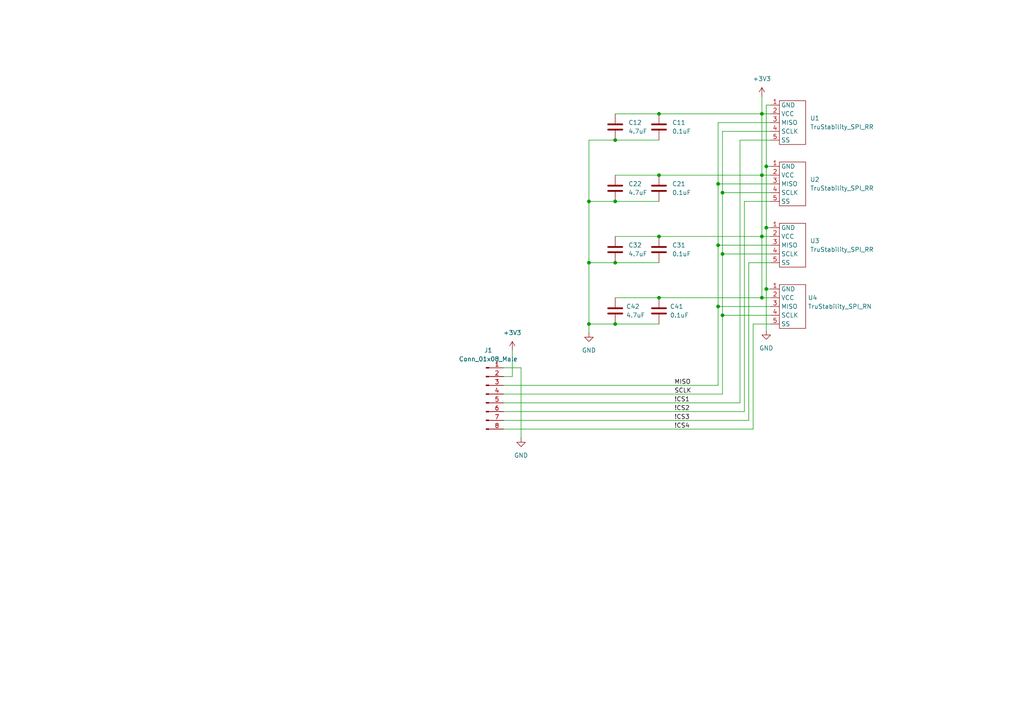
<source format=kicad_sch>
(kicad_sch (version 20230121) (generator eeschema)
  (paper "A4")
  (lib_symbols
    (symbol "Connector:Conn_01x08_Male" (pin_names (offset 1.016) hide)
      (property "Reference" "J" (at 0 10.16 0))
      (property "Value" "Conn_01x08_Male" (at 0 -12.7 0))
      (symbol "Conn_01x08_Male_1_1"
        (polyline (pts (xy 1.27 -10.16) (xy 0.8636 -10.16)) (stroke (width 0.1524)))
        (polyline (pts (xy 1.27 -7.62) (xy 0.8636 -7.62)) (stroke (width 0.1524)))
        (polyline (pts (xy 1.27 -5.08) (xy 0.8636 -5.08)) (stroke (width 0.1524)))
        (polyline (pts (xy 1.27 -2.54) (xy 0.8636 -2.54)) (stroke (width 0.1524)))
        (polyline (pts (xy 1.27 0) (xy 0.8636 0)) (stroke (width 0.1524)))
        (polyline (pts (xy 1.27 2.54) (xy 0.8636 2.54)) (stroke (width 0.1524)))
        (polyline (pts (xy 1.27 5.08) (xy 0.8636 5.08)) (stroke (width 0.1524)))
        (polyline (pts (xy 1.27 7.62) (xy 0.8636 7.62)) (stroke (width 0.1524)))
        (rectangle (start 0.8636 -10.033) (end 0 -10.287) (stroke (width 0.1524)) (fill (type outline)))
        (rectangle (start 0.8636 -7.493) (end 0 -7.747) (stroke (width 0.1524)) (fill (type outline)))
        (rectangle (start 0.8636 -4.953) (end 0 -5.207) (stroke (width 0.1524)) (fill (type outline)))
        (rectangle (start 0.8636 -2.413) (end 0 -2.667) (stroke (width 0.1524)) (fill (type outline)))
        (rectangle (start 0.8636 0.127) (end 0 -0.127) (stroke (width 0.1524)) (fill (type outline)))
        (rectangle (start 0.8636 2.667) (end 0 2.413) (stroke (width 0.1524)) (fill (type outline)))
        (rectangle (start 0.8636 5.207) (end 0 4.953) (stroke (width 0.1524)) (fill (type outline)))
        (rectangle (start 0.8636 7.747) (end 0 7.493) (stroke (width 0.1524)) (fill (type outline)))
        (pin passive line (at 5.08 7.62 180) (length 3.81) (name "Pin_1") (number "1"))
        (pin passive line (at 5.08 5.08 180) (length 3.81) (name "Pin_2") (number "2"))
        (pin passive line (at 5.08 2.54 180) (length 3.81) (name "Pin_3") (number "3"))
        (pin passive line (at 5.08 0 180) (length 3.81) (name "Pin_4") (number "4"))
        (pin passive line (at 5.08 -2.54 180) (length 3.81) (name "Pin_5") (number "5"))
        (pin passive line (at 5.08 -5.08 180) (length 3.81) (name "Pin_6") (number "6"))
        (pin passive line (at 5.08 -7.62 180) (length 3.81) (name "Pin_7") (number "7"))
        (pin passive line (at 5.08 -10.16 180) (length 3.81) (name "Pin_8") (number "8"))
      )
    )
    (symbol "Device:C" (pin_numbers hide) (pin_names (offset 0.254))
      (property "Reference" "C" (at 0.635 2.54 0))
      (property "Value" "C" (at 0.635 -2.54 0))
      (symbol "C_0_1"
        (polyline (pts (xy -2.032 -0.762) (xy 2.032 -0.762)) (stroke (width 0.508)))
        (polyline (pts (xy -2.032 0.762) (xy 2.032 0.762)) (stroke (width 0.508)))
      )
      (symbol "C_1_1"
        (pin passive line (at 0 3.81 270) (length 2.794) (name "~") (number "1"))
        (pin passive line (at 0 -3.81 90) (length 2.794) (name "~") (number "2"))
      )
    )
    (symbol "airball-hardware:TruStability_SPI_RN"
      (property "Reference" "U" (at 0 2.54 0))
      (property "Value" "TruStability_SPI_RN" (at 0 -12.7 0))
      (property "Footprint" "airball-hardware:TruStability SMT RN" (at 0 0 0))
      (symbol "TruStability_SPI_RN_0_1"
        (rectangle (start -3.81 1.27) (end 3.81 -11.43))
      )
      (symbol "TruStability_SPI_RN_1_1"
        (pin input line (at -6.35 0 0) (length 2.54) (name "GND") (number "1"))
        (pin input line (at -6.35 -2.54 0) (length 2.54) (name "VCC") (number "2"))
        (pin input line (at -6.35 -5.08 0) (length 2.54) (name "MISO") (number "3"))
        (pin input line (at -6.35 -7.62 0) (length 2.54) (name "SCLK") (number "4"))
        (pin input line (at -6.35 -10.16 0) (length 2.54) (name "SS") (number "5"))
      )
    )
    (symbol "airball-hardware:TruStability_SPI_RR"
      (property "Reference" "U" (at 0 2.54 0))
      (property "Value" "TruStability_SPI_RR" (at 0 -12.7 0))
      (symbol "TruStability_SPI_RR_0_1"
        (rectangle (start -3.81 1.27) (end 3.81 -11.43))
      )
      (symbol "TruStability_SPI_RR_1_1"
        (pin input line (at -6.35 0 0) (length 2.54) (name "GND") (number "1"))
        (pin input line (at -6.35 -2.54 0) (length 2.54) (name "VCC") (number "2"))
        (pin input line (at -6.35 -5.08 0) (length 2.54) (name "MISO") (number "3"))
        (pin input line (at -6.35 -7.62 0) (length 2.54) (name "SCLK") (number "4"))
        (pin input line (at -6.35 -10.16 0) (length 2.54) (name "SS") (number "5"))
      )
    )
    (symbol "power:+3V3" (power) (pin_names (offset 0))
      (property "Value" "+3V3" (at 0 3.556 0))
      (symbol "+3V3_0_1"
        (polyline (pts (xy -0.762 1.27) (xy 0 2.54)))
        (polyline (pts (xy 0 0) (xy 0 2.54)))
        (polyline (pts (xy 0 2.54) (xy 0.762 1.27)))
      )
      (symbol "+3V3_1_1"
        (pin power_in line (at 0 0 90) (length 0) hide (name "+3V3") (number "1"))
      )
    )
    (symbol "power:GND" (power) (pin_names (offset 0))
      (property "Value" "GND" (at 0 -3.81 0))
      (symbol "GND_0_1"
        (polyline (pts (xy 0 0) (xy 0 -1.27) (xy 1.27 -1.27) (xy 0 -2.54) (xy -1.27 -1.27) (xy 0 -1.27)))
      )
      (symbol "GND_1_1"
        (pin power_in line (at 0 0 270) (length 0) hide (name "GND") (number "1"))
      )
    )
  )
  (junction (at 222.25 48.26))
  (junction (at 208.28 71.12))
  (junction (at 191.135 50.8))
  (junction (at 222.25 83.82))
  (junction (at 222.25 66.04))
  (junction (at 209.55 73.66))
  (junction (at 170.815 58.42))
  (junction (at 178.435 58.42))
  (junction (at 178.435 40.64))
  (junction (at 178.435 76.2))
  (junction (at 178.435 93.98))
  (junction (at 220.98 33.02))
  (junction (at 191.135 33.02))
  (junction (at 209.55 55.88))
  (junction (at 170.815 93.98))
  (junction (at 220.98 86.36))
  (junction (at 208.28 88.9))
  (junction (at 209.55 91.44))
  (junction (at 191.135 68.58))
  (junction (at 220.98 68.58))
  (junction (at 191.135 86.36))
  (junction (at 208.28 53.34))
  (junction (at 170.815 76.2))
  (junction (at 220.98 50.8))
  (wire (pts (xy 214.63 40.64) (xy 223.52 40.64)))
  (wire (pts (xy 215.9 119.38) (xy 215.9 58.42)))
  (wire (pts (xy 146.05 111.76) (xy 208.28 111.76)))
  (wire (pts (xy 178.435 68.58) (xy 191.135 68.58)))
  (wire (pts (xy 208.28 88.9) (xy 208.28 71.12)))
  (wire (pts (xy 222.25 48.26) (xy 222.25 66.04)))
  (wire (pts (xy 209.55 55.88) (xy 223.52 55.88)))
  (wire (pts (xy 170.815 76.2) (xy 178.435 76.2)))
  (wire (pts (xy 208.28 35.56) (xy 223.52 35.56)))
  (wire (pts (xy 208.28 53.34) (xy 208.28 35.56)))
  (wire (pts (xy 215.9 58.42) (xy 223.52 58.42)))
  (wire (pts (xy 217.17 76.2) (xy 223.52 76.2)))
  (wire (pts (xy 220.98 68.58) (xy 220.98 86.36)))
  (wire (pts (xy 220.98 33.02) (xy 223.52 33.02)))
  (wire (pts (xy 208.28 111.76) (xy 208.28 88.9)))
  (wire (pts (xy 191.135 33.02) (xy 220.98 33.02)))
  (wire (pts (xy 170.815 58.42) (xy 178.435 58.42)))
  (wire (pts (xy 146.05 109.22) (xy 148.59 109.22)))
  (wire (pts (xy 209.55 73.66) (xy 209.55 91.44)))
  (wire (pts (xy 151.13 106.68) (xy 151.13 127)))
  (wire (pts (xy 178.435 33.02) (xy 191.135 33.02)))
  (wire (pts (xy 208.28 71.12) (xy 208.28 53.34)))
  (wire (pts (xy 220.98 33.02) (xy 220.98 50.8)))
  (wire (pts (xy 222.25 30.48) (xy 222.25 48.26)))
  (wire (pts (xy 208.28 88.9) (xy 223.52 88.9)))
  (wire (pts (xy 178.435 58.42) (xy 191.135 58.42)))
  (wire (pts (xy 222.25 66.04) (xy 223.52 66.04)))
  (wire (pts (xy 148.59 109.22) (xy 148.59 101.6)))
  (wire (pts (xy 222.25 83.82) (xy 222.25 95.885)))
  (wire (pts (xy 146.05 121.92) (xy 217.17 121.92)))
  (wire (pts (xy 170.815 76.2) (xy 170.815 93.98)))
  (wire (pts (xy 222.25 83.82) (xy 223.52 83.82)))
  (wire (pts (xy 178.435 93.98) (xy 191.135 93.98)))
  (wire (pts (xy 191.135 50.8) (xy 220.98 50.8)))
  (wire (pts (xy 208.28 53.34) (xy 223.52 53.34)))
  (wire (pts (xy 146.05 106.68) (xy 151.13 106.68)))
  (wire (pts (xy 170.815 93.98) (xy 178.435 93.98)))
  (wire (pts (xy 209.55 91.44) (xy 209.55 114.3)))
  (wire (pts (xy 217.17 76.2) (xy 217.17 121.92)))
  (wire (pts (xy 220.98 68.58) (xy 223.52 68.58)))
  (wire (pts (xy 146.05 116.84) (xy 214.63 116.84)))
  (wire (pts (xy 218.44 124.46) (xy 218.44 93.98)))
  (wire (pts (xy 208.28 71.12) (xy 223.52 71.12)))
  (wire (pts (xy 178.435 76.2) (xy 191.135 76.2)))
  (wire (pts (xy 209.55 55.88) (xy 209.55 73.66)))
  (wire (pts (xy 146.05 119.38) (xy 215.9 119.38)))
  (wire (pts (xy 218.44 93.98) (xy 223.52 93.98)))
  (wire (pts (xy 222.25 66.04) (xy 222.25 83.82)))
  (wire (pts (xy 146.05 114.3) (xy 209.55 114.3)))
  (wire (pts (xy 178.435 86.36) (xy 191.135 86.36)))
  (wire (pts (xy 209.55 91.44) (xy 223.52 91.44)))
  (wire (pts (xy 178.435 50.8) (xy 191.135 50.8)))
  (wire (pts (xy 209.55 38.1) (xy 223.52 38.1)))
  (wire (pts (xy 220.98 50.8) (xy 223.52 50.8)))
  (wire (pts (xy 191.135 86.36) (xy 220.98 86.36)))
  (wire (pts (xy 209.55 73.66) (xy 223.52 73.66)))
  (wire (pts (xy 220.98 27.94) (xy 220.98 33.02)))
  (wire (pts (xy 146.05 124.46) (xy 218.44 124.46)))
  (wire (pts (xy 170.815 58.42) (xy 170.815 76.2)))
  (wire (pts (xy 222.25 48.26) (xy 223.52 48.26)))
  (wire (pts (xy 220.98 86.36) (xy 223.52 86.36)))
  (wire (pts (xy 209.55 38.1) (xy 209.55 55.88)))
  (wire (pts (xy 170.815 40.64) (xy 170.815 58.42)))
  (wire (pts (xy 170.815 93.98) (xy 170.815 96.52)))
  (wire (pts (xy 223.52 30.48) (xy 222.25 30.48)))
  (wire (pts (xy 178.435 40.64) (xy 170.815 40.64)))
  (wire (pts (xy 214.63 116.84) (xy 214.63 40.64)))
  (wire (pts (xy 220.98 50.8) (xy 220.98 68.58)))
  (wire (pts (xy 178.435 40.64) (xy 191.135 40.64)))
  (wire (pts (xy 191.135 68.58) (xy 220.98 68.58)))
  (label "SCLK" (at 195.58 114.3 0))
  (label "MISO" (at 195.58 111.76 0))
  (label "!CS2" (at 195.58 119.38 0))
  (label "!CS1" (at 195.58 116.84 0))
  (label "!CS4" (at 195.58 124.46 0))
  (label "!CS3" (at 195.58 121.92 0))
  (symbol (lib_id "Device:C") (at 178.435 90.17 0) (unit 1)
    (property "Reference" "C42" (at 181.61 88.9 0) (effects (justify left)))
    (property "Value" "4.7uF" (at 181.61 91.44 0) (effects (justify left)))
    (property "Footprint" "Capacitor_SMD:C_0603_1608Metric" (effects hide))
  )
  (symbol (lib_id "Device:C") (at 178.435 54.61 0) (unit 1)
    (property "Reference" "C22" (at 182.245 53.3399 0) (effects (justify left)))
    (property "Value" "4.7uF" (at 182.245 55.8799 0) (effects (justify left)))
    (property "Footprint" "Capacitor_SMD:C_0603_1608Metric" (effects hide))
  )
  (symbol (lib_id "power:GND") (at 222.25 95.885 0) (unit 1)
    (property "Reference" "#PWR010" (effects hide))
    (property "Value" "GND" (at 222.25 100.965 0))
  )
  (symbol (lib_id "airball-hardware:TruStability_SPI_RR") (at 229.87 30.48 0) (unit 1)
    (property "Reference" "U1" (at 234.95 34.29 0) (effects (justify left)))
    (property "Value" "TruStability_SPI_RR" (at 234.95 36.83 0) (effects (justify left)))
    (property "Footprint" "airball-hardware:TruStability SMT RR" (effects hide))
  )
  (symbol (lib_id "Device:C") (at 191.135 54.61 0) (unit 1)
    (property "Reference" "C21" (at 194.945 53.3399 0) (effects (justify left)))
    (property "Value" "0.1uF" (at 194.945 55.8799 0) (effects (justify left)))
    (property "Footprint" "Capacitor_SMD:C_0603_1608Metric" (effects hide))
  )
  (symbol (lib_id "Device:C") (at 178.435 72.39 0) (unit 1)
    (property "Reference" "C32" (at 182.245 71.1199 0) (effects (justify left)))
    (property "Value" "4.7uF" (at 182.245 73.6599 0) (effects (justify left)))
    (property "Footprint" "Capacitor_SMD:C_0603_1608Metric" (effects hide))
  )
  (symbol (lib_id "power:+3V3") (at 220.98 27.94 0) (unit 1)
    (property "Reference" "#PWR09" (effects hide))
    (property "Value" "+3V3" (at 220.98 22.86 0))
  )
  (symbol (lib_id "airball-hardware:TruStability_SPI_RN") (at 229.87 83.82 0) (unit 1)
    (property "Reference" "U4" (at 234.315 86.36 0) (effects (justify left)))
    (property "Value" "TruStability_SPI_RN" (at 234.315 88.9 0) (effects (justify left)))
    (property "Footprint" "airball-hardware:TruStability SMT RN" (effects hide))
  )
  (symbol (lib_id "Device:C") (at 191.135 36.83 0) (unit 1)
    (property "Reference" "C11" (at 194.945 35.5599 0) (effects (justify left)))
    (property "Value" "0.1uF" (at 194.945 38.0999 0) (effects (justify left)))
    (property "Footprint" "Capacitor_SMD:C_0603_1608Metric" (effects hide))
  )
  (symbol (lib_id "airball-hardware:TruStability_SPI_RR") (at 229.87 66.04 0) (unit 1)
    (property "Reference" "U3" (at 234.95 69.85 0) (effects (justify left)))
    (property "Value" "TruStability_SPI_RR" (at 234.95 72.39 0) (effects (justify left)))
    (property "Footprint" "airball-hardware:TruStability SMT RR" (effects hide))
  )
  (symbol (lib_id "Connector:Conn_01x08_Male") (at 140.97 114.3 0) (unit 1)
    (property "Reference" "J1" (at 141.605 101.6 0))
    (property "Value" "Conn_01x08_Male" (at 141.605 104.14 0))
    (property "Footprint" "airball-hardware:JST_SH_BM08B-SRSS-TB_1x08-1MP_P1.00mm_Vertical" (effects hide))
  )
  (symbol (lib_id "power:+3V3") (at 148.59 101.6 0) (unit 1)
    (property "Reference" "#PWR0101" (effects hide))
    (property "Value" "+3V3" (at 148.59 96.52 0))
  )
  (symbol (lib_id "power:GND") (at 170.815 96.52 0) (unit 1)
    (property "Reference" "#PWR08" (effects hide))
    (property "Value" "GND" (at 170.815 101.6 0))
  )
  (symbol (lib_id "airball-hardware:TruStability_SPI_RR") (at 229.87 48.26 0) (unit 1)
    (property "Reference" "U2" (at 234.95 52.07 0) (effects (justify left)))
    (property "Value" "TruStability_SPI_RR" (at 234.95 54.61 0) (effects (justify left)))
    (property "Footprint" "airball-hardware:TruStability SMT RR" (effects hide))
  )
  (symbol (lib_id "Device:C") (at 191.135 72.39 0) (unit 1)
    (property "Reference" "C31" (at 194.945 71.1199 0) (effects (justify left)))
    (property "Value" "0.1uF" (at 194.945 73.6599 0) (effects (justify left)))
    (property "Footprint" "Capacitor_SMD:C_0603_1608Metric" (effects hide))
  )
  (symbol (lib_id "Device:C") (at 178.435 36.83 0) (unit 1)
    (property "Reference" "C12" (at 182.245 35.5599 0) (effects (justify left)))
    (property "Value" "4.7uF" (at 182.245 38.0999 0) (effects (justify left)))
    (property "Footprint" "Capacitor_SMD:C_0603_1608Metric" (effects hide))
  )
  (symbol (lib_id "Device:C") (at 191.135 90.17 0) (unit 1)
    (property "Reference" "C41" (at 194.31 88.9 0) (effects (justify left)))
    (property "Value" "0.1uF" (at 194.31 91.44 0) (effects (justify left)))
    (property "Footprint" "Capacitor_SMD:C_0603_1608Metric" (effects hide))
  )
  (symbol (lib_id "power:GND") (at 151.13 127 0) (unit 1)
    (property "Reference" "#PWR0102" (effects hide))
    (property "Value" "GND" (at 151.13 132.08 0))
  )
)
</source>
